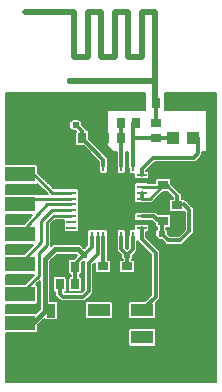
<source format=gtl>
G75*
G70*
%OFA0B0*%
%FSLAX24Y24*%
%IPPOS*%
%LPD*%
%AMOC8*
5,1,8,0,0,1.08239X$1,22.5*
%
%ADD10R,0.1772X0.1772*%
%ADD11R,0.0335X0.0110*%
%ADD12R,0.0110X0.0335*%
%ADD13R,0.0354X0.0276*%
%ADD14R,0.0276X0.0354*%
%ADD15R,0.0433X0.0394*%
%ADD16R,0.0748X0.0433*%
%ADD17R,0.0315X0.0472*%
%ADD18R,0.1000X0.0500*%
%ADD19C,0.0120*%
%ADD20C,0.0160*%
%ADD21C,0.0240*%
%ADD22C,0.0100*%
%ADD23C,0.0060*%
%ADD24C,0.0200*%
%ADD25C,0.0210*%
D10*
X008703Y007850D03*
D11*
X007532Y007752D03*
X007532Y007555D03*
X007532Y007358D03*
X007532Y007161D03*
X007532Y006964D03*
X007532Y007948D03*
X007532Y008145D03*
X007532Y008342D03*
X007532Y008539D03*
X007532Y008736D03*
X009875Y008736D03*
X009875Y008539D03*
X009875Y008342D03*
X009875Y008145D03*
X009875Y007948D03*
X009875Y007752D03*
X009875Y007555D03*
X009875Y007358D03*
X009875Y007161D03*
X009875Y006964D03*
D12*
X009589Y006679D03*
X009392Y006679D03*
X009195Y006679D03*
X008999Y006679D03*
X008802Y006679D03*
X008605Y006679D03*
X008408Y006679D03*
X008211Y006679D03*
X008014Y006679D03*
X007817Y006679D03*
X007817Y009021D03*
X008014Y009021D03*
X008211Y009021D03*
X008408Y009021D03*
X008605Y009021D03*
X008802Y009021D03*
X008999Y009021D03*
X009195Y009021D03*
X009392Y009021D03*
X009589Y009021D03*
D13*
X010363Y009954D03*
X010363Y010466D03*
X010603Y008906D03*
X010603Y008394D03*
X010603Y007716D03*
X010603Y007204D03*
X011073Y007204D03*
X011073Y007716D03*
X009393Y005686D03*
X009393Y005174D03*
X008603Y005174D03*
X008603Y005686D03*
D14*
X007659Y005680D03*
X007659Y005090D03*
X007147Y005090D03*
X007147Y005680D03*
X007387Y009950D03*
X007899Y009950D03*
X008667Y009950D03*
X009179Y009950D03*
X009177Y010460D03*
X009689Y010460D03*
X009847Y011120D03*
X010359Y011120D03*
D15*
X010929Y009960D03*
X011598Y009960D03*
D16*
X009902Y004223D03*
X009902Y003317D03*
X008445Y003317D03*
X008445Y004223D03*
D17*
X007568Y004210D03*
X006859Y004210D03*
D18*
X005833Y003800D03*
X005833Y004750D03*
X005833Y005750D03*
X005833Y006750D03*
X005833Y007750D03*
X005833Y008750D03*
X005833Y009750D03*
D19*
X006793Y009950D02*
X006803Y009940D01*
X007203Y009030D02*
X007238Y009030D01*
X007532Y008736D01*
X007532Y008539D01*
X007532Y008540D02*
X008033Y008540D01*
X007817Y008756D01*
X007817Y009021D01*
X008014Y009021D02*
X008014Y008540D01*
X008211Y008540D02*
X008211Y009021D01*
X008408Y009021D02*
X008408Y007850D01*
X008013Y007650D02*
X008013Y006679D01*
X008211Y006679D02*
X008211Y006328D01*
X007943Y006060D01*
X007659Y005776D01*
X007659Y005680D02*
X007659Y005090D01*
X007933Y004670D02*
X008113Y004850D01*
X008113Y005800D01*
X008408Y006095D01*
X008408Y006679D01*
X008605Y006679D02*
X008605Y005686D01*
X008603Y005174D02*
X008603Y004810D01*
X007933Y004670D02*
X007253Y004670D01*
X007147Y004776D01*
X007147Y005090D01*
X007147Y005680D02*
X007137Y005690D01*
X007143Y005970D01*
X008802Y006679D02*
X008999Y006679D01*
X008999Y007105D01*
X009053Y007160D01*
X009393Y007160D02*
X009393Y006679D01*
X009589Y006679D02*
X009589Y006256D01*
X009393Y006060D01*
X009195Y006258D01*
X009195Y006679D01*
X009393Y007161D02*
X009875Y007161D01*
X009875Y006964D02*
X009875Y006609D01*
X010353Y006130D01*
X010353Y004674D01*
X009902Y004223D01*
X009393Y004750D02*
X009393Y005174D01*
X009393Y005686D02*
X009393Y006060D01*
X009875Y007358D02*
X010285Y007358D01*
X010403Y007240D01*
X010543Y007240D01*
X010543Y006780D01*
X010763Y006560D01*
X011173Y006560D01*
X011463Y006850D01*
X011463Y007570D01*
X011277Y007756D01*
X011073Y007716D02*
X011073Y008030D01*
X010599Y008790D02*
X010603Y008906D01*
X010599Y008790D02*
X010393Y008790D01*
X010142Y008539D01*
X009875Y008539D01*
X009394Y008539D01*
X009393Y008540D01*
X009392Y008541D01*
X009392Y009021D01*
X009589Y009021D02*
X009589Y009954D01*
X010363Y009954D01*
X010923Y009954D01*
X010929Y009960D01*
X010363Y009960D02*
X010363Y009954D01*
X010363Y010466D02*
X010359Y010466D01*
X010359Y011120D01*
X009689Y010460D02*
X009649Y010460D01*
X009589Y010400D01*
X009589Y009954D01*
X009179Y009950D02*
X009177Y009950D01*
X009177Y010460D01*
X009195Y010460D02*
X009195Y009021D01*
X008999Y009021D02*
X008999Y008595D01*
X009053Y008540D01*
X008802Y008628D02*
X008713Y008540D01*
X008802Y008628D02*
X008802Y009021D01*
X008605Y009021D02*
X008605Y009244D01*
X007899Y009950D01*
X007899Y010184D01*
X007683Y010400D01*
X008667Y009950D02*
X008673Y009944D01*
X008673Y009710D01*
X008999Y009385D01*
X008999Y009021D01*
X009875Y008931D02*
X009875Y008736D01*
X009875Y008931D02*
X010253Y009310D01*
X011613Y009310D01*
X011753Y009450D01*
X011753Y009955D01*
X011598Y009960D01*
X009875Y008145D02*
X009875Y007948D01*
X009875Y007752D02*
X009875Y007550D01*
X009343Y007560D01*
X009373Y007750D02*
X009873Y007750D01*
X011073Y007204D02*
X010983Y006800D01*
X009589Y010400D02*
X009589Y010460D01*
X007532Y008540D02*
X007532Y008342D01*
X006249Y003800D02*
X005833Y003800D01*
D20*
X006249Y003800D02*
X006659Y004210D01*
X006859Y004210D01*
X006659Y004210D02*
X006659Y005926D01*
X006983Y006250D01*
X007753Y006250D01*
X007943Y006060D01*
X008408Y007850D02*
X008703Y007850D01*
X006183Y008850D02*
X005833Y008750D01*
D21*
X005833Y008310D03*
X005833Y007310D03*
X005833Y006310D03*
X005833Y005310D03*
X005833Y004310D03*
X005833Y003350D03*
X005833Y002350D03*
X007033Y002350D03*
X007033Y003350D03*
X007833Y003350D03*
X008033Y002350D03*
X009033Y002350D03*
X009173Y003350D03*
X009173Y004350D03*
X009403Y004750D03*
X010033Y005350D03*
X009393Y006060D03*
X009393Y007160D03*
X009393Y007500D03*
X009393Y007850D03*
X009393Y008190D03*
X009393Y008540D03*
X009053Y008540D03*
X008713Y008540D03*
X008713Y008190D03*
X008713Y007850D03*
X009053Y007850D03*
X009053Y008190D03*
X009053Y007500D03*
X008713Y007500D03*
X008713Y007160D03*
X009053Y007160D03*
X008373Y007160D03*
X008373Y007500D03*
X008373Y007850D03*
X008373Y008190D03*
X008373Y008540D03*
X008033Y008540D03*
X008033Y008190D03*
X008033Y007850D03*
X008033Y007500D03*
X008033Y007160D03*
X007293Y006510D03*
X007033Y006950D03*
X007143Y005970D03*
X007943Y006060D03*
X008603Y004750D03*
X007233Y004350D03*
X010053Y002360D03*
X011033Y002360D03*
X011023Y003350D03*
X011033Y004350D03*
X012233Y004350D03*
X012233Y003350D03*
X012233Y002350D03*
X012233Y005350D03*
X012233Y006350D03*
X012233Y007350D03*
X012233Y008350D03*
X012233Y009350D03*
X012233Y010150D03*
X012233Y010750D03*
X012133Y011350D03*
X011683Y011350D03*
X011233Y011350D03*
X010833Y011350D03*
X009333Y011350D03*
X008833Y011350D03*
X008333Y011350D03*
X008033Y010750D03*
X007683Y010400D03*
X007033Y010750D03*
X006833Y011350D03*
X006333Y011350D03*
X005833Y011350D03*
X005833Y010750D03*
X005833Y010350D03*
X005833Y009350D03*
X007003Y009950D03*
X007203Y009030D03*
X007033Y008550D03*
X007333Y011350D03*
X007833Y011350D03*
X011033Y008550D03*
X010983Y006800D03*
X010543Y006780D03*
X011033Y006200D03*
D22*
X010603Y007204D02*
X010599Y007240D01*
X010543Y007240D01*
X010603Y007716D02*
X010603Y007752D01*
X009875Y007752D01*
X009873Y007750D01*
X009875Y007752D02*
X009879Y007756D01*
X009875Y007948D02*
X010158Y007948D01*
X010603Y008394D01*
X010709Y008394D01*
X011073Y008030D01*
X011073Y007716D02*
X011277Y007756D01*
X010603Y008394D02*
X010551Y008342D01*
X009875Y008342D01*
X009343Y007850D02*
X008703Y007850D01*
X008408Y007850D02*
X008408Y007650D01*
X008013Y007650D01*
X007532Y007555D02*
X006888Y007555D01*
X006533Y007200D01*
X006533Y006500D01*
X005833Y005750D01*
X006463Y005380D02*
X005833Y004750D01*
X006463Y005380D02*
X006463Y006130D01*
X006733Y006400D01*
X006733Y007150D01*
X006941Y007358D01*
X007532Y007358D01*
X007532Y007752D02*
X006735Y007752D01*
X005833Y006750D01*
X005833Y007750D02*
X005932Y007948D01*
X007532Y007948D01*
X007532Y008145D02*
X006888Y008145D01*
X006183Y008850D01*
X007817Y006679D02*
X008013Y006679D01*
X007659Y005776D02*
X007659Y005680D01*
X008603Y005686D02*
X008605Y005686D01*
X008603Y004810D02*
X008603Y004750D01*
X009393Y004750D02*
X009403Y004750D01*
X009392Y006679D02*
X009393Y006679D01*
X009393Y007160D02*
X009393Y007161D01*
X009343Y007220D02*
X009343Y007530D01*
X009343Y007560D02*
X009343Y007850D01*
X008373Y008540D02*
X008211Y008540D01*
X008033Y008540D02*
X008014Y008540D01*
X010535Y008342D02*
X010603Y008394D01*
D23*
X005363Y003460D02*
X005363Y001840D01*
X012353Y001840D01*
X012353Y011450D01*
X010663Y011450D01*
X010663Y010900D01*
X012046Y010900D01*
X012063Y010882D01*
X012063Y009518D01*
X012046Y009500D01*
X011903Y009500D01*
X011903Y009388D01*
X011815Y009300D01*
X011675Y009160D01*
X010315Y009160D01*
X010036Y008881D01*
X010079Y008881D01*
X010132Y008828D01*
X010132Y008643D01*
X010079Y008591D01*
X009942Y008591D01*
X009937Y008586D01*
X009812Y008586D01*
X009808Y008591D01*
X009670Y008591D01*
X009617Y008643D01*
X009617Y008764D01*
X009497Y008764D01*
X009444Y008817D01*
X009444Y008954D01*
X009439Y008959D01*
X009439Y009500D01*
X009345Y009500D01*
X009345Y008959D01*
X009341Y008954D01*
X009341Y008817D01*
X009288Y008764D01*
X009103Y008764D01*
X009050Y008817D01*
X009050Y008954D01*
X009045Y008959D01*
X009045Y009500D01*
X008751Y009500D01*
X008733Y009518D01*
X008733Y010882D01*
X008751Y010900D01*
X010003Y010900D01*
X010003Y011450D01*
X005363Y011450D01*
X005363Y009090D01*
X006371Y009090D01*
X006423Y009037D01*
X006423Y008808D01*
X006946Y008285D01*
X007322Y008285D01*
X007327Y008290D01*
X007737Y008290D01*
X007789Y008238D01*
X007789Y008053D01*
X007783Y008047D01*
X007789Y008041D01*
X007789Y007856D01*
X007783Y007850D01*
X007789Y007844D01*
X007789Y007659D01*
X007783Y007653D01*
X007789Y007647D01*
X007789Y007462D01*
X007783Y007456D01*
X007789Y007450D01*
X007789Y007265D01*
X007783Y007259D01*
X007789Y007253D01*
X007789Y007069D01*
X007783Y007063D01*
X007789Y007057D01*
X007789Y006872D01*
X007737Y006819D01*
X007327Y006819D01*
X007275Y006872D01*
X007275Y007057D01*
X007281Y007063D01*
X007275Y007069D01*
X007275Y007218D01*
X006999Y007218D01*
X006873Y007092D01*
X006873Y006380D01*
X006913Y006420D01*
X007824Y006420D01*
X007957Y006286D01*
X008061Y006390D01*
X008061Y006741D01*
X008066Y006746D01*
X008066Y006883D01*
X008119Y006936D01*
X008304Y006936D01*
X008310Y006930D01*
X008316Y006936D01*
X008500Y006936D01*
X008506Y006930D01*
X008512Y006936D01*
X008697Y006936D01*
X008750Y006883D01*
X008750Y006746D01*
X008755Y006741D01*
X008755Y005914D01*
X008818Y005914D01*
X008870Y005861D01*
X008870Y005511D01*
X008818Y005458D01*
X008389Y005458D01*
X008336Y005511D01*
X008336Y005811D01*
X008263Y005738D01*
X008263Y004788D01*
X008175Y004700D01*
X007995Y004520D01*
X007191Y004520D01*
X007103Y004608D01*
X006997Y004714D01*
X006997Y004823D01*
X006972Y004823D01*
X006920Y004876D01*
X006920Y005304D01*
X006972Y005357D01*
X007322Y005357D01*
X007375Y005304D01*
X007375Y004876D01*
X007322Y004823D01*
X007313Y004823D01*
X007315Y004820D01*
X007871Y004820D01*
X007963Y004912D01*
X007963Y005850D01*
X007945Y005850D01*
X007887Y005792D01*
X007887Y005466D01*
X007834Y005413D01*
X007809Y005413D01*
X007809Y005357D01*
X007834Y005357D01*
X007887Y005304D01*
X007887Y004876D01*
X007834Y004823D01*
X007484Y004823D01*
X007431Y004876D01*
X007431Y005304D01*
X007484Y005357D01*
X007509Y005357D01*
X007509Y005413D01*
X007484Y005413D01*
X007431Y005466D01*
X007431Y005894D01*
X007484Y005947D01*
X007618Y005947D01*
X007717Y006046D01*
X007683Y006080D01*
X007054Y006080D01*
X006829Y005855D01*
X006829Y004536D01*
X007054Y004536D01*
X007106Y004483D01*
X007106Y003936D01*
X007054Y003884D01*
X006664Y003884D01*
X006619Y003929D01*
X006423Y003734D01*
X006423Y003513D01*
X006371Y003460D01*
X005363Y003460D01*
X005363Y003443D02*
X009438Y003443D01*
X009438Y003385D02*
X005363Y003385D01*
X005363Y003326D02*
X009438Y003326D01*
X009438Y003268D02*
X005363Y003268D01*
X005363Y003209D02*
X009438Y003209D01*
X009438Y003151D02*
X005363Y003151D01*
X005363Y003092D02*
X009438Y003092D01*
X009438Y003063D02*
X009490Y003011D01*
X010313Y003011D01*
X010366Y003063D01*
X010366Y003571D01*
X010313Y003624D01*
X009490Y003624D01*
X009438Y003571D01*
X009438Y003063D01*
X009468Y003034D02*
X005363Y003034D01*
X005363Y002975D02*
X012353Y002975D01*
X012353Y002917D02*
X005363Y002917D01*
X005363Y002858D02*
X012353Y002858D01*
X012353Y002800D02*
X005363Y002800D01*
X005363Y002741D02*
X012353Y002741D01*
X012353Y002683D02*
X005363Y002683D01*
X005363Y002624D02*
X012353Y002624D01*
X012353Y002566D02*
X005363Y002566D01*
X005363Y002507D02*
X012353Y002507D01*
X012353Y002449D02*
X005363Y002449D01*
X005363Y002390D02*
X012353Y002390D01*
X012353Y002332D02*
X005363Y002332D01*
X005363Y002273D02*
X012353Y002273D01*
X012353Y002215D02*
X005363Y002215D01*
X005363Y002156D02*
X012353Y002156D01*
X012353Y002098D02*
X005363Y002098D01*
X005363Y002039D02*
X012353Y002039D01*
X012353Y001981D02*
X005363Y001981D01*
X005363Y001922D02*
X012353Y001922D01*
X012353Y001864D02*
X005363Y001864D01*
X006412Y003502D02*
X009438Y003502D01*
X009438Y003560D02*
X006423Y003560D01*
X006423Y003619D02*
X009485Y003619D01*
X009490Y003916D02*
X010313Y003916D01*
X010366Y003969D01*
X010366Y004475D01*
X010503Y004612D01*
X010503Y006192D01*
X010415Y006280D01*
X010025Y006671D01*
X010025Y006819D01*
X010079Y006819D01*
X010132Y006872D01*
X010132Y007057D01*
X010079Y007109D01*
X009942Y007109D01*
X009937Y007114D01*
X009812Y007114D01*
X009808Y007109D01*
X009670Y007109D01*
X009617Y007057D01*
X009617Y006936D01*
X009497Y006936D01*
X009444Y006883D01*
X009444Y006746D01*
X009439Y006741D01*
X009439Y006318D01*
X009393Y006272D01*
X009345Y006320D01*
X009345Y006741D01*
X009341Y006746D01*
X009341Y006883D01*
X009288Y006936D01*
X009103Y006936D01*
X009050Y006883D01*
X009050Y006746D01*
X009045Y006741D01*
X009045Y006196D01*
X009183Y006058D01*
X009183Y005973D01*
X009243Y005914D01*
X009179Y005914D01*
X009126Y005861D01*
X009126Y005511D01*
X009179Y005458D01*
X009608Y005458D01*
X009660Y005511D01*
X009660Y005861D01*
X009608Y005914D01*
X009544Y005914D01*
X009603Y005973D01*
X009603Y006058D01*
X009651Y006106D01*
X009739Y006194D01*
X009739Y006532D01*
X010203Y006068D01*
X010203Y004737D01*
X009996Y004529D01*
X009490Y004529D01*
X009438Y004477D01*
X009438Y003969D01*
X009490Y003916D01*
X009438Y003970D02*
X008909Y003970D01*
X008909Y003969D02*
X008856Y003916D01*
X008034Y003916D01*
X007981Y003969D01*
X007981Y004477D01*
X008034Y004529D01*
X008856Y004529D01*
X008909Y004477D01*
X008909Y003969D01*
X008909Y004028D02*
X009438Y004028D01*
X009438Y004087D02*
X008909Y004087D01*
X008909Y004145D02*
X009438Y004145D01*
X009438Y004204D02*
X008909Y004204D01*
X008909Y004262D02*
X009438Y004262D01*
X009438Y004321D02*
X008909Y004321D01*
X008909Y004379D02*
X009438Y004379D01*
X009438Y004438D02*
X008909Y004438D01*
X008890Y004496D02*
X009457Y004496D01*
X010021Y004555D02*
X008030Y004555D01*
X008000Y004496D02*
X007094Y004496D01*
X007106Y004438D02*
X007981Y004438D01*
X007981Y004379D02*
X007106Y004379D01*
X007106Y004321D02*
X007981Y004321D01*
X007981Y004262D02*
X007106Y004262D01*
X007106Y004204D02*
X007981Y004204D01*
X007981Y004145D02*
X007106Y004145D01*
X007106Y004087D02*
X007981Y004087D01*
X007981Y004028D02*
X007106Y004028D01*
X007106Y003970D02*
X007981Y003970D01*
X008088Y004613D02*
X010080Y004613D01*
X010138Y004672D02*
X008147Y004672D01*
X008205Y004730D02*
X010197Y004730D01*
X010203Y004789D02*
X008263Y004789D01*
X008263Y004847D02*
X010203Y004847D01*
X010203Y004906D02*
X008263Y004906D01*
X008263Y004964D02*
X010203Y004964D01*
X010203Y005023D02*
X008263Y005023D01*
X008263Y005081D02*
X010203Y005081D01*
X010203Y005140D02*
X008263Y005140D01*
X008263Y005198D02*
X010203Y005198D01*
X010203Y005257D02*
X008263Y005257D01*
X008263Y005315D02*
X010203Y005315D01*
X010203Y005374D02*
X008263Y005374D01*
X008263Y005432D02*
X010203Y005432D01*
X010203Y005491D02*
X009640Y005491D01*
X009660Y005549D02*
X010203Y005549D01*
X010203Y005608D02*
X009660Y005608D01*
X009660Y005666D02*
X010203Y005666D01*
X010203Y005725D02*
X009660Y005725D01*
X009660Y005783D02*
X010203Y005783D01*
X010203Y005842D02*
X009660Y005842D01*
X009621Y005900D02*
X010203Y005900D01*
X010203Y005959D02*
X009589Y005959D01*
X009603Y006017D02*
X010203Y006017D01*
X010196Y006076D02*
X009621Y006076D01*
X009651Y006106D02*
X009651Y006106D01*
X009679Y006134D02*
X010137Y006134D01*
X010079Y006193D02*
X009738Y006193D01*
X009739Y006251D02*
X010020Y006251D01*
X009962Y006310D02*
X009739Y006310D01*
X009739Y006368D02*
X009903Y006368D01*
X009845Y006427D02*
X009739Y006427D01*
X009739Y006485D02*
X009786Y006485D01*
X010035Y006661D02*
X010366Y006661D01*
X010333Y006693D02*
X010456Y006570D01*
X010541Y006570D01*
X010613Y006498D01*
X010701Y006410D01*
X011235Y006410D01*
X011525Y006700D01*
X011613Y006788D01*
X011613Y007632D01*
X011340Y007906D01*
X011326Y007906D01*
X011288Y007944D01*
X011223Y007944D01*
X011223Y008092D01*
X011135Y008180D01*
X011121Y008180D01*
X010870Y008431D01*
X010870Y008569D01*
X010818Y008622D01*
X010389Y008622D01*
X010336Y008569D01*
X010336Y008482D01*
X010084Y008482D01*
X010079Y008487D01*
X009670Y008487D01*
X009617Y008435D01*
X009617Y008250D01*
X009623Y008244D01*
X009617Y008238D01*
X009617Y008053D01*
X009623Y008047D01*
X009617Y008041D01*
X009617Y007856D01*
X009670Y007803D01*
X009808Y007803D01*
X009812Y007798D01*
X009937Y007798D01*
X009942Y007803D01*
X010079Y007803D01*
X010084Y007808D01*
X010216Y007808D01*
X010574Y008166D01*
X010739Y008166D01*
X010923Y007982D01*
X010923Y007944D01*
X010859Y007944D01*
X010806Y007891D01*
X010806Y007541D01*
X010859Y007488D01*
X011288Y007488D01*
X011310Y007511D01*
X011313Y007508D01*
X011313Y006912D01*
X011111Y006710D01*
X010825Y006710D01*
X010753Y006782D01*
X010753Y006867D01*
X010693Y006927D01*
X010693Y006976D01*
X010818Y006976D01*
X010870Y007029D01*
X010870Y007379D01*
X010818Y007432D01*
X010424Y007432D01*
X010348Y007508D01*
X009812Y007508D01*
X009808Y007503D01*
X009670Y007503D01*
X009617Y007450D01*
X009617Y007265D01*
X009670Y007213D01*
X009808Y007213D01*
X009812Y007208D01*
X010223Y007208D01*
X010253Y007178D01*
X010336Y007095D01*
X010336Y007029D01*
X010389Y006976D01*
X010393Y006976D01*
X010393Y006927D01*
X010333Y006867D01*
X010333Y006693D01*
X010333Y006719D02*
X010025Y006719D01*
X010025Y006778D02*
X010333Y006778D01*
X010333Y006836D02*
X010096Y006836D01*
X010132Y006895D02*
X010361Y006895D01*
X010393Y006953D02*
X010132Y006953D01*
X010132Y007012D02*
X010354Y007012D01*
X010336Y007070D02*
X010118Y007070D01*
X010244Y007187D02*
X007789Y007187D01*
X007789Y007129D02*
X010303Y007129D01*
X010376Y007480D02*
X011313Y007480D01*
X011313Y007421D02*
X010829Y007421D01*
X010870Y007363D02*
X011313Y007363D01*
X011313Y007304D02*
X010870Y007304D01*
X010870Y007246D02*
X011313Y007246D01*
X011313Y007187D02*
X010870Y007187D01*
X010870Y007129D02*
X011313Y007129D01*
X011313Y007070D02*
X010870Y007070D01*
X010853Y007012D02*
X011313Y007012D01*
X011313Y006953D02*
X010693Y006953D01*
X010726Y006895D02*
X011296Y006895D01*
X011237Y006836D02*
X010753Y006836D01*
X010758Y006778D02*
X011179Y006778D01*
X011120Y006719D02*
X010816Y006719D01*
X010685Y006427D02*
X010269Y006427D01*
X010210Y006485D02*
X010626Y006485D01*
X010568Y006544D02*
X010152Y006544D01*
X010093Y006602D02*
X010424Y006602D01*
X010327Y006368D02*
X012353Y006368D01*
X012353Y006310D02*
X010386Y006310D01*
X010444Y006251D02*
X012353Y006251D01*
X012353Y006193D02*
X010503Y006193D01*
X010503Y006134D02*
X012353Y006134D01*
X012353Y006076D02*
X010503Y006076D01*
X010503Y006017D02*
X012353Y006017D01*
X012353Y005959D02*
X010503Y005959D01*
X010503Y005900D02*
X012353Y005900D01*
X012353Y005842D02*
X010503Y005842D01*
X010503Y005783D02*
X012353Y005783D01*
X012353Y005725D02*
X010503Y005725D01*
X010503Y005666D02*
X012353Y005666D01*
X012353Y005608D02*
X010503Y005608D01*
X010503Y005549D02*
X012353Y005549D01*
X012353Y005491D02*
X010503Y005491D01*
X010503Y005432D02*
X012353Y005432D01*
X012353Y005374D02*
X010503Y005374D01*
X010503Y005315D02*
X012353Y005315D01*
X012353Y005257D02*
X010503Y005257D01*
X010503Y005198D02*
X012353Y005198D01*
X012353Y005140D02*
X010503Y005140D01*
X010503Y005081D02*
X012353Y005081D01*
X012353Y005023D02*
X010503Y005023D01*
X010503Y004964D02*
X012353Y004964D01*
X012353Y004906D02*
X010503Y004906D01*
X010503Y004847D02*
X012353Y004847D01*
X012353Y004789D02*
X010503Y004789D01*
X010503Y004730D02*
X012353Y004730D01*
X012353Y004672D02*
X010503Y004672D01*
X010503Y004613D02*
X012353Y004613D01*
X012353Y004555D02*
X010446Y004555D01*
X010387Y004496D02*
X012353Y004496D01*
X012353Y004438D02*
X010366Y004438D01*
X010366Y004379D02*
X012353Y004379D01*
X012353Y004321D02*
X010366Y004321D01*
X010366Y004262D02*
X012353Y004262D01*
X012353Y004204D02*
X010366Y004204D01*
X010366Y004145D02*
X012353Y004145D01*
X012353Y004087D02*
X010366Y004087D01*
X010366Y004028D02*
X012353Y004028D01*
X012353Y003970D02*
X010366Y003970D01*
X010318Y003619D02*
X012353Y003619D01*
X012353Y003677D02*
X006423Y003677D01*
X006425Y003736D02*
X012353Y003736D01*
X012353Y003794D02*
X006483Y003794D01*
X006542Y003853D02*
X012353Y003853D01*
X012353Y003911D02*
X007081Y003911D01*
X006637Y003911D02*
X006600Y003911D01*
X006354Y004145D02*
X005363Y004145D01*
X005363Y004140D02*
X005363Y004410D01*
X006371Y004410D01*
X006423Y004463D01*
X006423Y005037D01*
X006371Y005090D01*
X006489Y005208D01*
X006489Y004280D01*
X006349Y004140D01*
X005363Y004140D01*
X005363Y004204D02*
X006412Y004204D01*
X006471Y004262D02*
X005363Y004262D01*
X005363Y004321D02*
X006489Y004321D01*
X006489Y004379D02*
X005363Y004379D01*
X005363Y005090D02*
X005975Y005090D01*
X006295Y005410D01*
X005363Y005410D01*
X005363Y005090D01*
X005363Y005140D02*
X006025Y005140D01*
X006083Y005198D02*
X005363Y005198D01*
X005363Y005257D02*
X006142Y005257D01*
X006200Y005315D02*
X005363Y005315D01*
X005363Y005374D02*
X006259Y005374D01*
X006479Y005198D02*
X006489Y005198D01*
X006489Y005140D02*
X006421Y005140D01*
X006380Y005081D02*
X006489Y005081D01*
X006489Y005023D02*
X006423Y005023D01*
X006423Y004964D02*
X006489Y004964D01*
X006489Y004906D02*
X006423Y004906D01*
X006423Y004847D02*
X006489Y004847D01*
X006489Y004789D02*
X006423Y004789D01*
X006423Y004730D02*
X006489Y004730D01*
X006489Y004672D02*
X006423Y004672D01*
X006423Y004613D02*
X006489Y004613D01*
X006489Y004555D02*
X006423Y004555D01*
X006423Y004496D02*
X006489Y004496D01*
X006489Y004438D02*
X006398Y004438D01*
X006829Y004555D02*
X007157Y004555D01*
X007098Y004613D02*
X006829Y004613D01*
X006829Y004672D02*
X007040Y004672D01*
X006997Y004730D02*
X006829Y004730D01*
X006829Y004789D02*
X006997Y004789D01*
X006948Y004847D02*
X006829Y004847D01*
X006829Y004906D02*
X006920Y004906D01*
X006920Y004964D02*
X006829Y004964D01*
X006829Y005023D02*
X006920Y005023D01*
X006920Y005081D02*
X006829Y005081D01*
X006829Y005140D02*
X006920Y005140D01*
X006920Y005198D02*
X006829Y005198D01*
X006829Y005257D02*
X006920Y005257D01*
X006930Y005315D02*
X006829Y005315D01*
X006829Y005374D02*
X007509Y005374D01*
X007465Y005432D02*
X006829Y005432D01*
X006829Y005491D02*
X007431Y005491D01*
X007431Y005549D02*
X006829Y005549D01*
X006829Y005608D02*
X007431Y005608D01*
X007431Y005666D02*
X006829Y005666D01*
X006829Y005725D02*
X007431Y005725D01*
X007431Y005783D02*
X006829Y005783D01*
X006829Y005842D02*
X007431Y005842D01*
X007437Y005900D02*
X006874Y005900D01*
X006932Y005959D02*
X007630Y005959D01*
X007688Y006017D02*
X006991Y006017D01*
X007049Y006076D02*
X007687Y006076D01*
X007876Y006368D02*
X008039Y006368D01*
X008061Y006427D02*
X006873Y006427D01*
X006873Y006485D02*
X008061Y006485D01*
X008061Y006544D02*
X006873Y006544D01*
X006873Y006602D02*
X008061Y006602D01*
X008061Y006661D02*
X006873Y006661D01*
X006873Y006719D02*
X008061Y006719D01*
X008066Y006778D02*
X006873Y006778D01*
X006873Y006836D02*
X007310Y006836D01*
X007275Y006895D02*
X006873Y006895D01*
X006873Y006953D02*
X007275Y006953D01*
X007275Y007012D02*
X006873Y007012D01*
X006873Y007070D02*
X007275Y007070D01*
X007275Y007129D02*
X006910Y007129D01*
X006968Y007187D02*
X007275Y007187D01*
X007754Y006836D02*
X008066Y006836D01*
X008077Y006895D02*
X007789Y006895D01*
X007789Y006953D02*
X009617Y006953D01*
X009617Y007012D02*
X007789Y007012D01*
X007789Y007070D02*
X009631Y007070D01*
X009637Y007246D02*
X007789Y007246D01*
X007789Y007304D02*
X009617Y007304D01*
X009617Y007363D02*
X007789Y007363D01*
X007789Y007421D02*
X009617Y007421D01*
X009647Y007480D02*
X007789Y007480D01*
X007789Y007538D02*
X010809Y007538D01*
X010806Y007597D02*
X007789Y007597D01*
X007785Y007655D02*
X010806Y007655D01*
X010806Y007714D02*
X007789Y007714D01*
X007789Y007772D02*
X010806Y007772D01*
X010806Y007831D02*
X010238Y007831D01*
X010296Y007889D02*
X010806Y007889D01*
X010923Y007948D02*
X010355Y007948D01*
X010413Y008006D02*
X010899Y008006D01*
X010841Y008065D02*
X010472Y008065D01*
X010530Y008123D02*
X010782Y008123D01*
X011003Y008299D02*
X012353Y008299D01*
X012353Y008357D02*
X010944Y008357D01*
X010886Y008416D02*
X012353Y008416D01*
X012353Y008474D02*
X010870Y008474D01*
X010870Y008533D02*
X012353Y008533D01*
X012353Y008591D02*
X010849Y008591D01*
X011061Y008240D02*
X012353Y008240D01*
X012353Y008182D02*
X011120Y008182D01*
X011192Y008123D02*
X012353Y008123D01*
X012353Y008065D02*
X011223Y008065D01*
X011223Y008006D02*
X012353Y008006D01*
X012353Y007948D02*
X011223Y007948D01*
X011356Y007889D02*
X012353Y007889D01*
X012353Y007831D02*
X011415Y007831D01*
X011473Y007772D02*
X012353Y007772D01*
X012353Y007714D02*
X011532Y007714D01*
X011590Y007655D02*
X012353Y007655D01*
X012353Y007597D02*
X011613Y007597D01*
X011613Y007538D02*
X012353Y007538D01*
X012353Y007480D02*
X011613Y007480D01*
X011613Y007421D02*
X012353Y007421D01*
X012353Y007363D02*
X011613Y007363D01*
X011613Y007304D02*
X012353Y007304D01*
X012353Y007246D02*
X011613Y007246D01*
X011613Y007187D02*
X012353Y007187D01*
X012353Y007129D02*
X011613Y007129D01*
X011613Y007070D02*
X012353Y007070D01*
X012353Y007012D02*
X011613Y007012D01*
X011613Y006953D02*
X012353Y006953D01*
X012353Y006895D02*
X011613Y006895D01*
X011613Y006836D02*
X012353Y006836D01*
X012353Y006778D02*
X011603Y006778D01*
X011544Y006719D02*
X012353Y006719D01*
X012353Y006661D02*
X011486Y006661D01*
X011427Y006602D02*
X012353Y006602D01*
X012353Y006544D02*
X011369Y006544D01*
X011310Y006485D02*
X012353Y006485D01*
X012353Y006427D02*
X011252Y006427D01*
X009643Y007831D02*
X007789Y007831D01*
X007789Y007889D02*
X009617Y007889D01*
X009617Y007948D02*
X007789Y007948D01*
X007789Y008006D02*
X009617Y008006D01*
X009617Y008065D02*
X007789Y008065D01*
X007789Y008123D02*
X009617Y008123D01*
X009617Y008182D02*
X007789Y008182D01*
X007787Y008240D02*
X009620Y008240D01*
X009617Y008299D02*
X006933Y008299D01*
X006874Y008357D02*
X009617Y008357D01*
X009617Y008416D02*
X006816Y008416D01*
X006757Y008474D02*
X009657Y008474D01*
X009670Y008591D02*
X006640Y008591D01*
X006582Y008650D02*
X009617Y008650D01*
X009617Y008708D02*
X006523Y008708D01*
X006465Y008767D02*
X008510Y008767D01*
X008512Y008764D02*
X008697Y008764D01*
X008750Y008817D01*
X008750Y008954D01*
X008755Y008959D01*
X008755Y009306D01*
X008127Y009934D01*
X008127Y010164D01*
X008074Y010217D01*
X008049Y010217D01*
X008049Y010246D01*
X007893Y010402D01*
X007893Y010487D01*
X007770Y010610D01*
X007596Y010610D01*
X007473Y010487D01*
X007473Y010313D01*
X007596Y010190D01*
X007681Y010190D01*
X007689Y010182D01*
X007671Y010164D01*
X007671Y009736D01*
X007724Y009683D01*
X007954Y009683D01*
X008455Y009182D01*
X008455Y008959D01*
X008460Y008954D01*
X008460Y008817D01*
X008512Y008764D01*
X008460Y008825D02*
X006423Y008825D01*
X006423Y008884D02*
X008460Y008884D01*
X008460Y008942D02*
X006423Y008942D01*
X006423Y009001D02*
X008455Y009001D01*
X008455Y009059D02*
X006402Y009059D01*
X006699Y008533D02*
X010336Y008533D01*
X010358Y008591D02*
X010079Y008591D01*
X010132Y008650D02*
X012353Y008650D01*
X012353Y008708D02*
X010132Y008708D01*
X010132Y008767D02*
X012353Y008767D01*
X012353Y008825D02*
X010132Y008825D01*
X010039Y008884D02*
X012353Y008884D01*
X012353Y008942D02*
X010097Y008942D01*
X010156Y009001D02*
X012353Y009001D01*
X012353Y009059D02*
X010214Y009059D01*
X010273Y009118D02*
X012353Y009118D01*
X012353Y009176D02*
X011691Y009176D01*
X011750Y009235D02*
X012353Y009235D01*
X012353Y009293D02*
X011808Y009293D01*
X011867Y009352D02*
X012353Y009352D01*
X012353Y009410D02*
X011903Y009410D01*
X011903Y009469D02*
X012353Y009469D01*
X012353Y009527D02*
X012063Y009527D01*
X012063Y009586D02*
X012353Y009586D01*
X012353Y009644D02*
X012063Y009644D01*
X012063Y009703D02*
X012353Y009703D01*
X012353Y009761D02*
X012063Y009761D01*
X012063Y009820D02*
X012353Y009820D01*
X012353Y009878D02*
X012063Y009878D01*
X012063Y009937D02*
X012353Y009937D01*
X012353Y009995D02*
X012063Y009995D01*
X012063Y010054D02*
X012353Y010054D01*
X012353Y010112D02*
X012063Y010112D01*
X012063Y010171D02*
X012353Y010171D01*
X012353Y010229D02*
X012063Y010229D01*
X012063Y010288D02*
X012353Y010288D01*
X012353Y010346D02*
X012063Y010346D01*
X012063Y010405D02*
X012353Y010405D01*
X012353Y010463D02*
X012063Y010463D01*
X012063Y010522D02*
X012353Y010522D01*
X012353Y010580D02*
X012063Y010580D01*
X012063Y010639D02*
X012353Y010639D01*
X012353Y010697D02*
X012063Y010697D01*
X012063Y010756D02*
X012353Y010756D01*
X012353Y010814D02*
X012063Y010814D01*
X012063Y010873D02*
X012353Y010873D01*
X012353Y010931D02*
X010663Y010931D01*
X010663Y010990D02*
X012353Y010990D01*
X012353Y011048D02*
X010663Y011048D01*
X010663Y011107D02*
X012353Y011107D01*
X012353Y011165D02*
X010663Y011165D01*
X010663Y011224D02*
X012353Y011224D01*
X012353Y011282D02*
X010663Y011282D01*
X010663Y011341D02*
X012353Y011341D01*
X012353Y011399D02*
X010663Y011399D01*
X010003Y011399D02*
X005363Y011399D01*
X005363Y011341D02*
X010003Y011341D01*
X010003Y011282D02*
X005363Y011282D01*
X005363Y011224D02*
X010003Y011224D01*
X010003Y011165D02*
X005363Y011165D01*
X005363Y011107D02*
X010003Y011107D01*
X010003Y011048D02*
X005363Y011048D01*
X005363Y010990D02*
X010003Y010990D01*
X010003Y010931D02*
X005363Y010931D01*
X005363Y010873D02*
X008733Y010873D01*
X008733Y010814D02*
X005363Y010814D01*
X005363Y010756D02*
X008733Y010756D01*
X008733Y010697D02*
X005363Y010697D01*
X005363Y010639D02*
X008733Y010639D01*
X008733Y010580D02*
X007800Y010580D01*
X007859Y010522D02*
X008733Y010522D01*
X008733Y010463D02*
X007893Y010463D01*
X007893Y010405D02*
X008733Y010405D01*
X008733Y010346D02*
X007949Y010346D01*
X008008Y010288D02*
X008733Y010288D01*
X008733Y010229D02*
X008049Y010229D01*
X008121Y010171D02*
X008733Y010171D01*
X008733Y010112D02*
X008127Y010112D01*
X008127Y010054D02*
X008733Y010054D01*
X008733Y009995D02*
X008127Y009995D01*
X008127Y009937D02*
X008733Y009937D01*
X008733Y009878D02*
X008183Y009878D01*
X008242Y009820D02*
X008733Y009820D01*
X008733Y009761D02*
X008300Y009761D01*
X008359Y009703D02*
X008733Y009703D01*
X008733Y009644D02*
X008417Y009644D01*
X008476Y009586D02*
X008733Y009586D01*
X008733Y009527D02*
X008534Y009527D01*
X008593Y009469D02*
X009045Y009469D01*
X009045Y009410D02*
X008651Y009410D01*
X008710Y009352D02*
X009045Y009352D01*
X009045Y009293D02*
X008755Y009293D01*
X008755Y009235D02*
X009045Y009235D01*
X009045Y009176D02*
X008755Y009176D01*
X008755Y009118D02*
X009045Y009118D01*
X009045Y009059D02*
X008755Y009059D01*
X008755Y009001D02*
X009045Y009001D01*
X009050Y008942D02*
X008750Y008942D01*
X008750Y008884D02*
X009050Y008884D01*
X009050Y008825D02*
X008750Y008825D01*
X008700Y008767D02*
X009100Y008767D01*
X009290Y008767D02*
X009494Y008767D01*
X009444Y008825D02*
X009341Y008825D01*
X009341Y008884D02*
X009444Y008884D01*
X009444Y008942D02*
X009341Y008942D01*
X009345Y009001D02*
X009439Y009001D01*
X009439Y009059D02*
X009345Y009059D01*
X009345Y009118D02*
X009439Y009118D01*
X009439Y009176D02*
X009345Y009176D01*
X009345Y009235D02*
X009439Y009235D01*
X009439Y009293D02*
X009345Y009293D01*
X009345Y009352D02*
X009439Y009352D01*
X009439Y009410D02*
X009345Y009410D01*
X009345Y009469D02*
X009439Y009469D01*
X008455Y009176D02*
X005363Y009176D01*
X005363Y009118D02*
X008455Y009118D01*
X008403Y009235D02*
X005363Y009235D01*
X005363Y009293D02*
X008344Y009293D01*
X008286Y009352D02*
X005363Y009352D01*
X005363Y009410D02*
X008227Y009410D01*
X008169Y009469D02*
X005363Y009469D01*
X005363Y009527D02*
X008110Y009527D01*
X008052Y009586D02*
X005363Y009586D01*
X005363Y009644D02*
X007993Y009644D01*
X007704Y009703D02*
X005363Y009703D01*
X005363Y009761D02*
X007671Y009761D01*
X007671Y009820D02*
X005363Y009820D01*
X005363Y009878D02*
X007671Y009878D01*
X007671Y009937D02*
X005363Y009937D01*
X005363Y009995D02*
X007671Y009995D01*
X007671Y010054D02*
X005363Y010054D01*
X005363Y010112D02*
X007671Y010112D01*
X007678Y010171D02*
X005363Y010171D01*
X005363Y010229D02*
X007557Y010229D01*
X007499Y010288D02*
X005363Y010288D01*
X005363Y010346D02*
X007473Y010346D01*
X007473Y010405D02*
X005363Y010405D01*
X005363Y010463D02*
X007473Y010463D01*
X007508Y010522D02*
X005363Y010522D01*
X005363Y010580D02*
X007566Y010580D01*
X006398Y008437D02*
X006747Y008088D01*
X006372Y008088D01*
X006371Y008090D01*
X005961Y008090D01*
X005942Y008100D01*
X005913Y008090D01*
X005363Y008090D01*
X005363Y008410D01*
X006371Y008410D01*
X006398Y008437D01*
X006376Y008416D02*
X006420Y008416D01*
X006478Y008357D02*
X005363Y008357D01*
X005363Y008299D02*
X006537Y008299D01*
X006595Y008240D02*
X005363Y008240D01*
X005363Y008182D02*
X006654Y008182D01*
X006712Y008123D02*
X005363Y008123D01*
X005363Y007410D02*
X006239Y007410D01*
X005951Y007090D01*
X005363Y007090D01*
X005363Y007410D01*
X005363Y007363D02*
X006196Y007363D01*
X006144Y007304D02*
X005363Y007304D01*
X005363Y007246D02*
X006091Y007246D01*
X006038Y007187D02*
X005363Y007187D01*
X005363Y007129D02*
X005986Y007129D01*
X006258Y006410D02*
X005959Y006090D01*
X005363Y006090D01*
X005363Y006410D01*
X006258Y006410D01*
X006219Y006368D02*
X005363Y006368D01*
X005363Y006310D02*
X006164Y006310D01*
X006109Y006251D02*
X005363Y006251D01*
X005363Y006193D02*
X006055Y006193D01*
X006000Y006134D02*
X005363Y006134D01*
X007365Y005315D02*
X007442Y005315D01*
X007431Y005257D02*
X007375Y005257D01*
X007375Y005198D02*
X007431Y005198D01*
X007431Y005140D02*
X007375Y005140D01*
X007375Y005081D02*
X007431Y005081D01*
X007431Y005023D02*
X007375Y005023D01*
X007375Y004964D02*
X007431Y004964D01*
X007431Y004906D02*
X007375Y004906D01*
X007347Y004847D02*
X007460Y004847D01*
X007858Y004847D02*
X007898Y004847D01*
X007887Y004906D02*
X007957Y004906D01*
X007963Y004964D02*
X007887Y004964D01*
X007887Y005023D02*
X007963Y005023D01*
X007963Y005081D02*
X007887Y005081D01*
X007887Y005140D02*
X007963Y005140D01*
X007963Y005198D02*
X007887Y005198D01*
X007887Y005257D02*
X007963Y005257D01*
X007963Y005315D02*
X007876Y005315D01*
X007809Y005374D02*
X007963Y005374D01*
X007963Y005432D02*
X007853Y005432D01*
X007887Y005491D02*
X007963Y005491D01*
X007963Y005549D02*
X007887Y005549D01*
X007887Y005608D02*
X007963Y005608D01*
X007963Y005666D02*
X007887Y005666D01*
X007887Y005725D02*
X007963Y005725D01*
X007963Y005783D02*
X007887Y005783D01*
X007937Y005842D02*
X007963Y005842D01*
X008263Y005725D02*
X008336Y005725D01*
X008336Y005783D02*
X008308Y005783D01*
X008336Y005666D02*
X008263Y005666D01*
X008263Y005608D02*
X008336Y005608D01*
X008336Y005549D02*
X008263Y005549D01*
X008263Y005491D02*
X008356Y005491D01*
X008755Y005959D02*
X009198Y005959D01*
X009183Y006017D02*
X008755Y006017D01*
X008755Y006076D02*
X009166Y006076D01*
X009107Y006134D02*
X008755Y006134D01*
X008755Y006193D02*
X009049Y006193D01*
X009045Y006251D02*
X008755Y006251D01*
X008755Y006310D02*
X009045Y006310D01*
X009045Y006368D02*
X008755Y006368D01*
X008755Y006427D02*
X009045Y006427D01*
X009045Y006485D02*
X008755Y006485D01*
X008755Y006544D02*
X009045Y006544D01*
X009045Y006602D02*
X008755Y006602D01*
X008755Y006661D02*
X009045Y006661D01*
X009045Y006719D02*
X008755Y006719D01*
X008750Y006778D02*
X009050Y006778D01*
X009050Y006836D02*
X008750Y006836D01*
X008739Y006895D02*
X009062Y006895D01*
X009329Y006895D02*
X009455Y006895D01*
X009444Y006836D02*
X009341Y006836D01*
X009341Y006778D02*
X009444Y006778D01*
X009439Y006719D02*
X009345Y006719D01*
X009345Y006661D02*
X009439Y006661D01*
X009439Y006602D02*
X009345Y006602D01*
X009345Y006544D02*
X009439Y006544D01*
X009439Y006485D02*
X009345Y006485D01*
X009345Y006427D02*
X009439Y006427D01*
X009439Y006368D02*
X009345Y006368D01*
X009356Y006310D02*
X009431Y006310D01*
X009165Y005900D02*
X008831Y005900D01*
X008870Y005842D02*
X009126Y005842D01*
X009126Y005783D02*
X008870Y005783D01*
X008870Y005725D02*
X009126Y005725D01*
X009126Y005666D02*
X008870Y005666D01*
X008870Y005608D02*
X009126Y005608D01*
X009126Y005549D02*
X008870Y005549D01*
X008850Y005491D02*
X009146Y005491D01*
X007981Y006310D02*
X007934Y006310D01*
X010366Y003560D02*
X012353Y003560D01*
X012353Y003502D02*
X010366Y003502D01*
X010366Y003443D02*
X012353Y003443D01*
X012353Y003385D02*
X010366Y003385D01*
X010366Y003326D02*
X012353Y003326D01*
X012353Y003268D02*
X010366Y003268D01*
X010366Y003209D02*
X012353Y003209D01*
X012353Y003151D02*
X010366Y003151D01*
X010366Y003092D02*
X012353Y003092D01*
X012353Y003034D02*
X010336Y003034D01*
D24*
X009195Y010460D02*
X009177Y010460D01*
X010333Y011300D02*
X010333Y011850D01*
X007503Y011850D01*
X007633Y012650D02*
X007633Y014150D01*
X005983Y014150D01*
X007633Y012650D02*
X008083Y012650D01*
X008083Y014150D01*
X008533Y014150D01*
X008533Y012650D01*
X008983Y012650D01*
X008983Y014150D01*
X009433Y014150D01*
X009433Y012650D01*
X009883Y012650D01*
X009883Y014150D01*
X010333Y014150D01*
X010333Y011850D01*
D25*
X007503Y011850D03*
M02*

</source>
